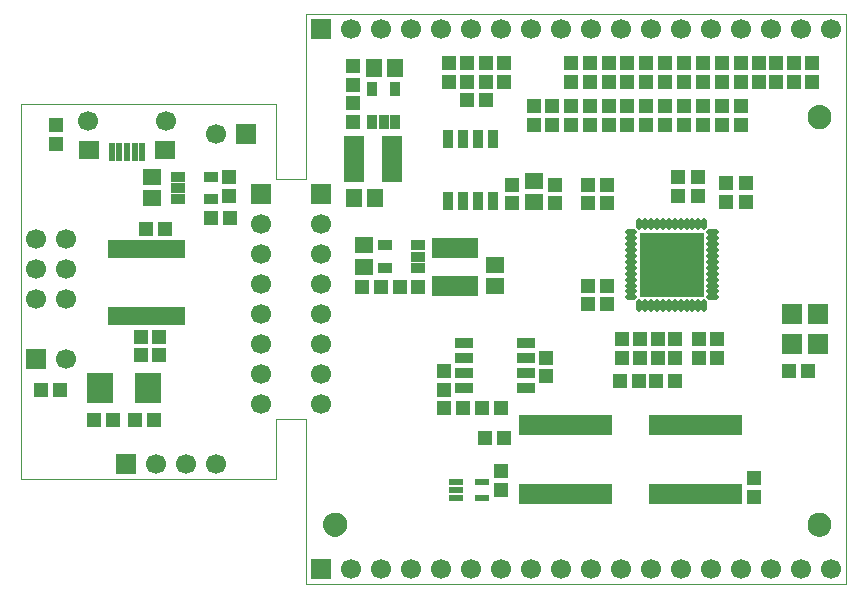
<source format=gts>
G75*
%MOMM*%
%OFA0B0*%
%FSLAX33Y33*%
%IPPOS*%
%LPD*%
%AMOC8*
5,1,8,0,0,1.08239X$1,22.5*
%
%ADD10C,0.000*%
%ADD11R,1.200X1.150*%
%ADD12R,0.910X1.200*%
%ADD13R,1.350X1.650*%
%ADD14R,1.800X3.900*%
%ADD15R,1.700X1.800*%
%ADD16R,1.150X1.200*%
%ADD17R,5.500X5.500*%
%ADD18C,0.500*%
%ADD19R,1.550X0.910*%
%ADD20R,1.200X0.910*%
%ADD21R,1.650X1.350*%
%ADD22R,3.900X1.800*%
%ADD23R,0.910X1.550*%
%ADD24R,0.650X1.700*%
%ADD25C,1.700*%
%ADD26R,1.700X1.700*%
%ADD27R,1.150X0.600*%
%ADD28C,1.000*%
%ADD29R,0.600X1.550*%
%ADD30R,1.800X1.600*%
%ADD31R,0.650X1.500*%
%ADD32R,2.200X2.600*%
D10*
X00354Y09244D02*
X21944Y09244D01*
X21944Y14324D01*
X24484Y14324D01*
X24484Y00354D01*
X70204Y00354D01*
X70204Y48614D01*
X24484Y48614D01*
X24484Y34644D01*
X21944Y34644D01*
X21944Y40994D01*
X00354Y40994D01*
X00354Y09244D01*
D11*
X17954Y33204D03*
X17954Y34804D03*
X28484Y39454D03*
X28484Y41054D03*
X28484Y42604D03*
X28484Y44204D03*
X36634Y44454D03*
X38184Y44454D03*
X39734Y44454D03*
X41284Y44454D03*
X41284Y42854D03*
X39734Y42854D03*
X38184Y42854D03*
X36634Y42854D03*
X43784Y40804D03*
X45334Y40804D03*
X46934Y40804D03*
X48534Y40804D03*
X48534Y39204D03*
X46934Y39204D03*
X45334Y39204D03*
X43784Y39204D03*
X46934Y42804D03*
X48534Y42804D03*
X48534Y44404D03*
X46934Y44404D03*
X50134Y44404D03*
X51734Y44404D03*
X53334Y44404D03*
X54934Y44404D03*
X54934Y42804D03*
X53334Y42804D03*
X51734Y42804D03*
X50134Y42804D03*
X50134Y40804D03*
X51734Y40804D03*
X53334Y40804D03*
X54934Y40804D03*
X54934Y39204D03*
X53334Y39204D03*
X51734Y39204D03*
X50134Y39204D03*
X56534Y39204D03*
X58134Y39204D03*
X59734Y39204D03*
X61334Y39204D03*
X61334Y40804D03*
X59734Y40804D03*
X58134Y40804D03*
X56534Y40804D03*
X56534Y42804D03*
X58134Y42804D03*
X59734Y42804D03*
X61334Y42804D03*
X62834Y42804D03*
X64334Y42804D03*
X65834Y42804D03*
X67334Y42804D03*
X67334Y44404D03*
X65834Y44404D03*
X64334Y44404D03*
X62834Y44404D03*
X61334Y44404D03*
X59734Y44404D03*
X58134Y44404D03*
X56534Y44404D03*
X55984Y34804D03*
X57684Y34804D03*
X57684Y33204D03*
X55984Y33204D03*
X60084Y32704D03*
X61784Y32704D03*
X61784Y34304D03*
X60084Y34304D03*
X45584Y34154D03*
X45584Y32554D03*
X41984Y32554D03*
X41984Y34154D03*
X51284Y21054D03*
X52784Y21054D03*
X54284Y21054D03*
X55784Y21054D03*
X57784Y21054D03*
X59334Y21054D03*
X59334Y19454D03*
X57784Y19454D03*
X55784Y19454D03*
X54284Y19454D03*
X52784Y19454D03*
X51284Y19454D03*
X44834Y19504D03*
X44834Y17904D03*
X36184Y18354D03*
X36184Y16754D03*
X40984Y09904D03*
X40984Y08304D03*
X62484Y07704D03*
X62484Y09304D03*
X03354Y37554D03*
X03354Y39154D03*
D12*
X30134Y39454D03*
X31084Y39454D03*
X32034Y39454D03*
X32034Y42254D03*
X30134Y42254D03*
D13*
X30234Y44054D03*
X32034Y44054D03*
X30384Y33004D03*
X28584Y33004D03*
D14*
X28584Y36354D03*
X31784Y36354D03*
D15*
X65633Y23174D03*
X67833Y23174D03*
X67833Y20634D03*
X65633Y20634D03*
D16*
X65384Y18354D03*
X66984Y18354D03*
X55784Y17554D03*
X54184Y17554D03*
X52684Y17554D03*
X51084Y17554D03*
X49984Y24004D03*
X48384Y24004D03*
X48384Y25604D03*
X49984Y25604D03*
X49984Y32554D03*
X48384Y32554D03*
X48384Y34104D03*
X49984Y34104D03*
X39734Y41304D03*
X38134Y41304D03*
X18074Y31304D03*
X16474Y31304D03*
X12554Y30404D03*
X10954Y30404D03*
X10504Y21204D03*
X10504Y19704D03*
X12104Y19704D03*
X12104Y21204D03*
X03704Y16754D03*
X02104Y16754D03*
X06604Y14254D03*
X08204Y14254D03*
X10014Y14244D03*
X11614Y14244D03*
X29284Y25454D03*
X30884Y25454D03*
X32434Y25454D03*
X34034Y25454D03*
X36234Y15204D03*
X37834Y15204D03*
X39384Y15204D03*
X40984Y15204D03*
X41284Y12654D03*
X39684Y12654D03*
D17*
X55484Y27354D03*
D18*
X52309Y27104D02*
X51759Y27104D01*
X51759Y26604D02*
X52309Y26604D01*
X52309Y26104D02*
X51759Y26104D01*
X51759Y25604D02*
X52309Y25604D01*
X52309Y25104D02*
X51759Y25104D01*
X51759Y24604D02*
X52309Y24604D01*
X52734Y24179D02*
X52734Y23629D01*
X53234Y23629D02*
X53234Y24179D01*
X53734Y24179D02*
X53734Y23629D01*
X54234Y23629D02*
X54234Y24179D01*
X54734Y24179D02*
X54734Y23629D01*
X55234Y23629D02*
X55234Y24179D01*
X55734Y24179D02*
X55734Y23629D01*
X56234Y23629D02*
X56234Y24179D01*
X56734Y24179D02*
X56734Y23629D01*
X57234Y23629D02*
X57234Y24179D01*
X57734Y24179D02*
X57734Y23629D01*
X58234Y23629D02*
X58234Y24179D01*
X58659Y24604D02*
X59209Y24604D01*
X59209Y25104D02*
X58659Y25104D01*
X58659Y25604D02*
X59209Y25604D01*
X59209Y26104D02*
X58659Y26104D01*
X58659Y26604D02*
X59209Y26604D01*
X59209Y27104D02*
X58659Y27104D01*
X58659Y27604D02*
X59209Y27604D01*
X59209Y28104D02*
X58659Y28104D01*
X58659Y28604D02*
X59209Y28604D01*
X59209Y29104D02*
X58659Y29104D01*
X58659Y29604D02*
X59209Y29604D01*
X59209Y30104D02*
X58659Y30104D01*
X58234Y30529D02*
X58234Y31079D01*
X57734Y31079D02*
X57734Y30529D01*
X57234Y30529D02*
X57234Y31079D01*
X56734Y31079D02*
X56734Y30529D01*
X56234Y30529D02*
X56234Y31079D01*
X55734Y31079D02*
X55734Y30529D01*
X55234Y30529D02*
X55234Y31079D01*
X54734Y31079D02*
X54734Y30529D01*
X54234Y30529D02*
X54234Y31079D01*
X53734Y31079D02*
X53734Y30529D01*
X53234Y30529D02*
X53234Y31079D01*
X52734Y31079D02*
X52734Y30529D01*
X52309Y30104D02*
X51759Y30104D01*
X51759Y29604D02*
X52309Y29604D01*
X52309Y29104D02*
X51759Y29104D01*
X51759Y28604D02*
X52309Y28604D01*
X52309Y28104D02*
X51759Y28104D01*
X51759Y27604D02*
X52309Y27604D01*
D19*
X43109Y20759D03*
X43109Y19489D03*
X43109Y18219D03*
X43109Y16949D03*
X37859Y16949D03*
X37859Y18219D03*
X37859Y19489D03*
X37859Y20759D03*
D20*
X34034Y27104D03*
X34034Y28054D03*
X34034Y29004D03*
X31234Y29004D03*
X31234Y27104D03*
X16454Y32904D03*
X16454Y34804D03*
X13654Y34804D03*
X13654Y33854D03*
X13654Y32904D03*
D21*
X11504Y33004D03*
X11504Y34804D03*
X29434Y29004D03*
X29434Y27204D03*
X40484Y27354D03*
X40484Y25554D03*
X43784Y32654D03*
X43784Y34454D03*
D22*
X37134Y28754D03*
X37134Y25554D03*
D23*
X36579Y32729D03*
X37849Y32729D03*
X39119Y32729D03*
X40389Y32729D03*
X40389Y37979D03*
X39119Y37979D03*
X37849Y37979D03*
X36579Y37979D03*
D24*
X42909Y13754D03*
X43559Y13754D03*
X44209Y13754D03*
X44859Y13754D03*
X45509Y13754D03*
X46159Y13754D03*
X46809Y13754D03*
X47459Y13754D03*
X48109Y13754D03*
X48759Y13754D03*
X49409Y13754D03*
X50059Y13754D03*
X53909Y13754D03*
X54559Y13754D03*
X55209Y13754D03*
X55859Y13754D03*
X56509Y13754D03*
X57159Y13754D03*
X57809Y13754D03*
X58459Y13754D03*
X59109Y13754D03*
X59759Y13754D03*
X60409Y13754D03*
X61059Y13754D03*
X61059Y07954D03*
X60409Y07954D03*
X59759Y07954D03*
X59109Y07954D03*
X58459Y07954D03*
X57809Y07954D03*
X57159Y07954D03*
X56509Y07954D03*
X55859Y07954D03*
X55209Y07954D03*
X54559Y07954D03*
X53909Y07954D03*
X50059Y07954D03*
X49409Y07954D03*
X48759Y07954D03*
X48109Y07954D03*
X47459Y07954D03*
X46809Y07954D03*
X46159Y07954D03*
X45509Y07954D03*
X44859Y07954D03*
X44209Y07954D03*
X43559Y07954D03*
X42909Y07954D03*
D25*
X43534Y01624D03*
X40994Y01624D03*
X38454Y01624D03*
X35914Y01624D03*
X33374Y01624D03*
X30834Y01624D03*
X28294Y01624D03*
X16864Y10514D03*
X14324Y10514D03*
X11784Y10514D03*
X20674Y15594D03*
X20674Y18134D03*
X20674Y20674D03*
X20674Y23214D03*
X20674Y25754D03*
X20674Y28294D03*
X20674Y30834D03*
X25754Y30834D03*
X25754Y28294D03*
X25754Y25754D03*
X25754Y23214D03*
X25754Y20674D03*
X25754Y18134D03*
X25754Y15594D03*
X46074Y01624D03*
X48614Y01624D03*
X51154Y01624D03*
X53694Y01624D03*
X56234Y01624D03*
X58774Y01624D03*
X61314Y01624D03*
X63854Y01624D03*
X66394Y01624D03*
X68934Y01624D03*
X16864Y38454D03*
X12654Y39544D03*
X06054Y39544D03*
X04164Y29564D03*
X01624Y29564D03*
X01624Y27024D03*
X04164Y27024D03*
X04164Y24484D03*
X01624Y24484D03*
X04164Y19404D03*
X28294Y47344D03*
X30834Y47344D03*
X33374Y47344D03*
X35914Y47344D03*
X38454Y47344D03*
X40994Y47344D03*
X43534Y47344D03*
X46074Y47344D03*
X48614Y47344D03*
X51154Y47344D03*
X53694Y47344D03*
X56234Y47344D03*
X58774Y47344D03*
X61314Y47344D03*
X63854Y47344D03*
X66394Y47344D03*
X68934Y47344D03*
D26*
X25754Y47344D03*
X19404Y38454D03*
X20674Y33374D03*
X25754Y33374D03*
X01624Y19404D03*
X09244Y10514D03*
X25754Y01624D03*
D27*
X37184Y07654D03*
X37184Y08304D03*
X37184Y08954D03*
X39384Y08954D03*
X39384Y07654D03*
D28*
X26484Y05354D02*
X26486Y05398D01*
X26492Y05442D01*
X26502Y05485D01*
X26515Y05527D01*
X26532Y05568D01*
X26553Y05607D01*
X26577Y05644D01*
X26604Y05679D01*
X26634Y05711D01*
X26667Y05741D01*
X26703Y05767D01*
X26740Y05791D01*
X26780Y05810D01*
X26821Y05827D01*
X26864Y05839D01*
X26907Y05848D01*
X26951Y05853D01*
X26995Y05854D01*
X27039Y05851D01*
X27083Y05844D01*
X27126Y05833D01*
X27168Y05819D01*
X27208Y05801D01*
X27247Y05779D01*
X27283Y05755D01*
X27317Y05727D01*
X27349Y05696D01*
X27378Y05662D01*
X27404Y05626D01*
X27426Y05588D01*
X27445Y05548D01*
X27460Y05506D01*
X27472Y05464D01*
X27480Y05420D01*
X27484Y05376D01*
X27484Y05332D01*
X27480Y05288D01*
X27472Y05244D01*
X27460Y05202D01*
X27445Y05160D01*
X27426Y05120D01*
X27404Y05082D01*
X27378Y05046D01*
X27349Y05012D01*
X27317Y04981D01*
X27283Y04953D01*
X27247Y04929D01*
X27208Y04907D01*
X27168Y04889D01*
X27126Y04875D01*
X27083Y04864D01*
X27039Y04857D01*
X26995Y04854D01*
X26951Y04855D01*
X26907Y04860D01*
X26864Y04869D01*
X26821Y04881D01*
X26780Y04898D01*
X26740Y04917D01*
X26703Y04941D01*
X26667Y04967D01*
X26634Y04997D01*
X26604Y05029D01*
X26577Y05064D01*
X26553Y05101D01*
X26532Y05140D01*
X26515Y05181D01*
X26502Y05223D01*
X26492Y05266D01*
X26486Y05310D01*
X26484Y05354D01*
X67484Y05354D02*
X67486Y05398D01*
X67492Y05442D01*
X67502Y05485D01*
X67515Y05527D01*
X67532Y05568D01*
X67553Y05607D01*
X67577Y05644D01*
X67604Y05679D01*
X67634Y05711D01*
X67667Y05741D01*
X67703Y05767D01*
X67740Y05791D01*
X67780Y05810D01*
X67821Y05827D01*
X67864Y05839D01*
X67907Y05848D01*
X67951Y05853D01*
X67995Y05854D01*
X68039Y05851D01*
X68083Y05844D01*
X68126Y05833D01*
X68168Y05819D01*
X68208Y05801D01*
X68247Y05779D01*
X68283Y05755D01*
X68317Y05727D01*
X68349Y05696D01*
X68378Y05662D01*
X68404Y05626D01*
X68426Y05588D01*
X68445Y05548D01*
X68460Y05506D01*
X68472Y05464D01*
X68480Y05420D01*
X68484Y05376D01*
X68484Y05332D01*
X68480Y05288D01*
X68472Y05244D01*
X68460Y05202D01*
X68445Y05160D01*
X68426Y05120D01*
X68404Y05082D01*
X68378Y05046D01*
X68349Y05012D01*
X68317Y04981D01*
X68283Y04953D01*
X68247Y04929D01*
X68208Y04907D01*
X68168Y04889D01*
X68126Y04875D01*
X68083Y04864D01*
X68039Y04857D01*
X67995Y04854D01*
X67951Y04855D01*
X67907Y04860D01*
X67864Y04869D01*
X67821Y04881D01*
X67780Y04898D01*
X67740Y04917D01*
X67703Y04941D01*
X67667Y04967D01*
X67634Y04997D01*
X67604Y05029D01*
X67577Y05064D01*
X67553Y05101D01*
X67532Y05140D01*
X67515Y05181D01*
X67502Y05223D01*
X67492Y05266D01*
X67486Y05310D01*
X67484Y05354D01*
X67484Y39854D02*
X67486Y39898D01*
X67492Y39942D01*
X67502Y39985D01*
X67515Y40027D01*
X67532Y40068D01*
X67553Y40107D01*
X67577Y40144D01*
X67604Y40179D01*
X67634Y40211D01*
X67667Y40241D01*
X67703Y40267D01*
X67740Y40291D01*
X67780Y40310D01*
X67821Y40327D01*
X67864Y40339D01*
X67907Y40348D01*
X67951Y40353D01*
X67995Y40354D01*
X68039Y40351D01*
X68083Y40344D01*
X68126Y40333D01*
X68168Y40319D01*
X68208Y40301D01*
X68247Y40279D01*
X68283Y40255D01*
X68317Y40227D01*
X68349Y40196D01*
X68378Y40162D01*
X68404Y40126D01*
X68426Y40088D01*
X68445Y40048D01*
X68460Y40006D01*
X68472Y39964D01*
X68480Y39920D01*
X68484Y39876D01*
X68484Y39832D01*
X68480Y39788D01*
X68472Y39744D01*
X68460Y39702D01*
X68445Y39660D01*
X68426Y39620D01*
X68404Y39582D01*
X68378Y39546D01*
X68349Y39512D01*
X68317Y39481D01*
X68283Y39453D01*
X68247Y39429D01*
X68208Y39407D01*
X68168Y39389D01*
X68126Y39375D01*
X68083Y39364D01*
X68039Y39357D01*
X67995Y39354D01*
X67951Y39355D01*
X67907Y39360D01*
X67864Y39369D01*
X67821Y39381D01*
X67780Y39398D01*
X67740Y39417D01*
X67703Y39441D01*
X67667Y39467D01*
X67634Y39497D01*
X67604Y39529D01*
X67577Y39564D01*
X67553Y39601D01*
X67532Y39640D01*
X67515Y39681D01*
X67502Y39723D01*
X67492Y39766D01*
X67486Y39810D01*
X67484Y39854D01*
D29*
X10654Y36869D03*
X10004Y36869D03*
X09354Y36869D03*
X08704Y36869D03*
X08054Y36869D03*
D30*
X06154Y37119D03*
X12554Y37119D03*
D31*
X12629Y28704D03*
X11979Y28704D03*
X11329Y28704D03*
X10679Y28704D03*
X10029Y28704D03*
X09379Y28704D03*
X08729Y28704D03*
X08079Y28704D03*
X13279Y28704D03*
X13929Y28704D03*
X13929Y23004D03*
X13279Y23004D03*
X12629Y23004D03*
X11979Y23004D03*
X11329Y23004D03*
X10679Y23004D03*
X10029Y23004D03*
X09379Y23004D03*
X08729Y23004D03*
X08079Y23004D03*
D32*
X07104Y16954D03*
X11104Y16954D03*
M02*

</source>
